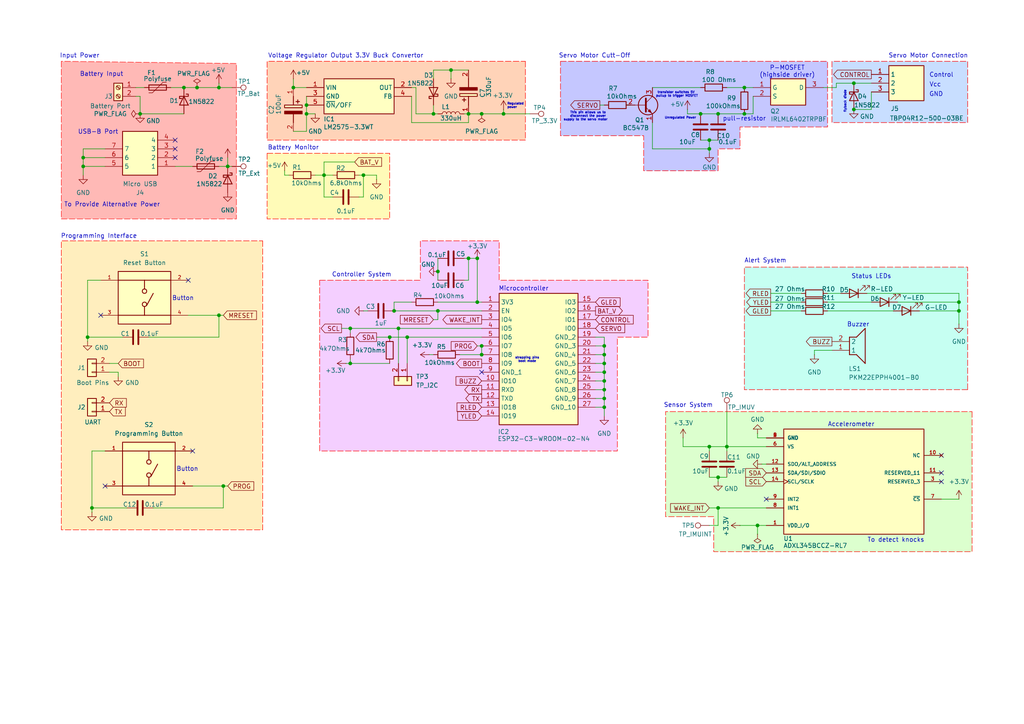
<source format=kicad_sch>
(kicad_sch (version 20250114) (generator "eeschema") (generator_version "9.0")
  (paper "A4")
  (title_block (title "KnockLockSchematic") (date "2025-11-12") (rev "5.0") (company "HSRW") (comment 1 "Group 04"))
  (text "Voltage Regulator Output 3.3V Buck Convertor\n" (at 77.724 16.256 0) (effects (font (size 1.27 1.27)) (justify left)))
  (text "Vcc\n" (at 271.272 24.638 0) (effects (font (size 1.27 1.27))))
  (text "Battery Input" (at 29.464 21.59 0) (effects (font (size 1.27 1.27))))
  (text "P-MOSFET\n(highside driver)\n" (at 228.346 20.828 0) (effects (font (size 1.27 1.27))))
  (text "Controller System\n\n" (at 104.902 80.772 0) (effects (font (size 1.27 1.27))))
  (text "To detect knocks" (at 259.842 156.718 0) (effects (font (size 1.27 1.27))))
  (text "Control\n" (at 273.05 21.844 0) (effects (font (size 1.27 1.27))))
  (text "Button" (at 53.086 86.614 0) (effects (font (size 1.27 1.27))))
  (text "Programming Interface" (at 28.702 68.58 0) (effects (font (size 1.27 1.27))))
  (text "flyback diode" (at 245.11 29.464 90) (effects (font (size 0.635 0.635))))
  (text "strapping pins\nboot mode" (at 152.908 104.394 0) (effects (font (size 0.635 0.635))))
  (text "Unregulated Power" (at 197.358 34.29 0) (effects (font (size 0.635 0.635))))
  (text "Servo Motor Cutt-Off\n" (at 172.466 16.256 0) (effects (font (size 1.27 1.27))))
  (text "Regulated \npower" (at 147.066 30.734 0) (effects (font (size 0.635 0.635)) (justify left)))
  (text "Sensor System" (at 199.644 117.602 0) (effects (font (size 1.27 1.27))))
  (text "GND\n" (at 271.526 27.432 0) (effects (font (size 1.27 1.27))))
  (text "Buzzer\n" (at 248.92 94.234 0) (effects (font (size 1.27 1.27))))
  (text "transistor switches 5V \npullup to trigger MOSFET" (at 196.342 27.432 0) (effects (font (size 0.635 0.635))))
  (text "Alert System" (at 221.996 75.692 0) (effects (font (size 1.27 1.27))))
  (text "Servo Motor Connection\n" (at 269.24 16.256 0) (effects (font (size 1.27 1.27))))
  (text "This pin allows us to \ndisconnect the power \nsupply to the servo motor" (at 176.276 33.782 0) (effects (font (size 0.635 0.635)) (justify right)))
  (text "Input Power" (at 23.114 16.256 0) (effects (font (size 1.27 1.27))))
  (text "Microcontroller" (at 151.892 83.82 0) (effects (font (size 1.27 1.27))))
  (text "Accelerometer" (at 246.888 123.19 0) (effects (font (size 1.27 1.27))))
  (text "Battery Monitor" (at 85.09 42.926 0) (effects (font (size 1.27 1.27))))
  (text "Status LEDs" (at 252.73 80.264 0) (effects (font (size 1.27 1.27))))
  (text "To Provide Alternative Power" (at 32.512 59.436 0) (effects (font (size 1.27 1.27))))
  (text "USB-B Port" (at 28.448 38.354 0) (effects (font (size 1.27 1.27))))
  (text "Button" (at 54.356 136.144 0) (effects (font (size 1.27 1.27))))
  (text "pull-resistor" (at 215.9 34.544 0) (effects (font (size 1.27 1.27))))
  (junction (at 278.13 87.63))
  (junction (at 115.57 95.25))
  (junction (at 57.15 25.4))
  (junction (at 175.26 118.11))
  (junction (at 40.64 33.02))
  (junction (at 139.7 33.02))
  (junction (at 101.6 95.25))
  (junction (at 175.26 110.49))
  (junction (at 24.13 48.26))
  (junction (at 208.28 33.02))
  (junction (at 135.89 74.93))
  (junction (at 101.6 105.41))
  (junction (at 219.71 152.4))
  (junction (at 88.9 30.48))
  (junction (at 139.7 100.33))
  (junction (at 85.09 25.4))
  (junction (at 175.26 115.57))
  (junction (at 247.65 31.75))
  (junction (at 66.04 48.26))
  (junction (at 175.26 105.41))
  (junction (at 208.28 138.43))
  (junction (at 105.41 50.8))
  (junction (at 63.5 91.44))
  (junction (at 278.13 90.17))
  (junction (at 175.26 100.33))
  (junction (at 24.13 45.72))
  (junction (at 25.4 97.79))
  (junction (at 146.05 33.02))
  (junction (at 93.98 50.8))
  (junction (at 63.5 25.4))
  (junction (at 130.81 20.32))
  (junction (at 114.3 90.17))
  (junction (at 203.2 33.02))
  (junction (at 127 78.74))
  (junction (at 175.26 107.95))
  (junction (at 127 90.17))
  (junction (at 64.77 140.97))
  (junction (at 138.43 87.63))
  (junction (at 135.89 33.02))
  (junction (at 138.43 74.93))
  (junction (at 208.28 147.32))
  (junction (at 175.26 113.03))
  (junction (at 215.9 25.4))
  (junction (at 205.74 43.18))
  (junction (at 205.74 129.54))
  (junction (at 175.26 102.87))
  (junction (at 125.73 33.02))
  (junction (at 210.82 129.54))
  (junction (at 247.65 24.13))
  (junction (at 118.11 97.79))
  (junction (at 205.74 40.64))
  (junction (at 88.9 33.02))
  (junction (at 139.7 102.87))
  (junction (at 26.67 147.32))
  (junction (at 113.03 97.79))
  (junction (at 53.34 25.4))
  (junction (at 215.9 33.02))
  (no_connect (at 50.8 43.18))
  (no_connect (at 55.88 130.81))
  (no_connect (at 54.61 81.28))
  (no_connect (at 273.05 137.16))
  (no_connect (at 139.7 107.95))
  (no_connect (at 29.21 91.44))
  (no_connect (at 273.05 132.08))
  (no_connect (at 50.8 45.72))
  (no_connect (at 50.8 40.64))
  (no_connect (at 30.48 140.97))
  (no_connect (at 222.25 144.78))
  (no_connect (at 273.05 139.7))
  (wire (pts (xy 25.4 97.79) (xy 35.56 97.79)))
  (wire (pts (xy 199.39 31.75) (xy 199.39 33.02)))
  (wire (pts (xy 63.5 25.4) (xy 63.5 24.13)))
  (wire (pts (xy 208.28 138.43) (xy 208.28 139.7)))
  (wire (pts (xy 240.03 85.09) (xy 243.84 85.09)))
  (wire (pts (xy 189.23 35.56) (xy 189.23 43.18)))
  (wire (pts (xy 127 90.17) (xy 139.7 90.17)))
  (wire (pts (xy 175.26 115.57) (xy 175.26 118.11)))
  (wire (pts (xy 215.9 25.4) (xy 218.44 25.4)))
  (wire (pts (xy 139.7 33.02) (xy 146.05 33.02)))
  (wire (pts (xy 135.89 74.93) (xy 135.89 81.28)))
  (wire (pts (xy 115.57 95.25) (xy 115.57 105.41)))
  (wire (pts (xy 205.74 44.45) (xy 205.74 43.18)))
  (wire (pts (xy 85.09 38.1) (xy 88.9 38.1)))
  (wire (pts (xy 57.15 25.4) (xy 63.5 25.4)))
  (wire (pts (xy 181.61 30.48) (xy 182.88 30.48)))
  (wire (pts (xy 104.14 57.15) (xy 105.41 57.15)))
  (wire (pts (xy 208.28 138.43) (xy 210.82 138.43)))
  (wire (pts (xy 125.73 20.32) (xy 130.81 20.32)))
  (wire (pts (xy 100.33 105.41) (xy 101.6 105.41)))
  (wire (pts (xy 114.3 87.63) (xy 114.3 90.17)))
  (wire (pts (xy 40.64 33.02) (xy 53.34 33.02)))
  (wire (pts (xy 99.06 95.25) (xy 101.6 95.25)))
  (wire (pts (xy 24.13 43.18) (xy 30.48 43.18)))
  (wire (pts (xy 120.65 25.4) (xy 120.65 33.02)))
  (wire (pts (xy 26.67 147.32) (xy 26.67 148.59)))
  (wire (pts (xy 101.6 104.14) (xy 101.6 105.41)))
  (wire (pts (xy 40.64 27.94) (xy 40.64 33.02)))
  (wire (pts (xy 242.57 24.13) (xy 247.65 24.13)))
  (wire (pts (xy 26.67 130.81) (xy 30.48 130.81)))
  (wire (pts (xy 109.22 97.79) (xy 113.03 97.79)))
  (wire (pts (xy 252.73 31.75) (xy 247.65 31.75)))
  (wire (pts (xy 173.99 30.48) (xy 175.26 30.48)))
  (wire (pts (xy 82.55 49.53) (xy 82.55 50.8)))
  (wire (pts (xy 64.77 140.97) (xy 64.77 147.32)))
  (wire (pts (xy 242.57 24.13) (xy 242.57 25.4)))
  (wire (pts (xy 24.13 45.72) (xy 24.13 48.26)))
  (wire (pts (xy 215.9 33.02) (xy 218.44 33.02)))
  (wire (pts (xy 25.4 97.79) (xy 25.4 99.06)))
  (wire (pts (xy 135.89 33.02) (xy 135.89 35.56)))
  (wire (pts (xy 198.12 127) (xy 198.12 129.54)))
  (wire (pts (xy 273.05 144.78) (xy 278.13 144.78)))
  (wire (pts (xy 172.72 110.49) (xy 175.26 110.49)))
  (wire (pts (xy 205.74 147.32) (xy 208.28 147.32)))
  (wire (pts (xy 43.18 97.79) (xy 63.5 97.79)))
  (wire (pts (xy 64.77 91.44) (xy 63.5 91.44)))
  (wire (pts (xy 114.3 90.17) (xy 127 90.17)))
  (wire (pts (xy 119.38 35.56) (xy 135.89 35.56)))
  (wire (pts (xy 205.74 152.4) (xy 208.28 152.4)))
  (wire (pts (xy 203.2 33.02) (xy 208.28 33.02)))
  (wire (pts (xy 101.6 96.52) (xy 101.6 95.25)))
  (wire (pts (xy 24.13 45.72) (xy 30.48 45.72)))
  (wire (pts (xy 127 74.93) (xy 127 78.74)))
  (wire (pts (xy 189.23 43.18) (xy 205.74 43.18)))
  (wire (pts (xy 266.7 90.17) (xy 278.13 90.17)))
  (wire (pts (xy 67.31 48.26) (xy 66.04 48.26)))
  (wire (pts (xy 205.74 129.54) (xy 210.82 129.54)))
  (wire (pts (xy 208.28 147.32) (xy 222.25 147.32)))
  (wire (pts (xy 219.71 125.73) (xy 219.71 127)))
  (wire (pts (xy 175.26 118.11) (xy 175.26 120.65)))
  (wire (pts (xy 199.39 33.02) (xy 203.2 33.02)))
  (wire (pts (xy 104.14 50.8) (xy 105.41 50.8)))
  (wire (pts (xy 53.34 25.4) (xy 57.15 25.4)))
  (wire (pts (xy 130.81 20.32) (xy 130.81 22.86)))
  (wire (pts (xy 44.45 147.32) (xy 64.77 147.32)))
  (wire (pts (xy 26.67 130.81) (xy 26.67 147.32)))
  (wire (pts (xy 39.37 25.4) (xy 41.91 25.4)))
  (wire (pts (xy 135.89 33.02) (xy 139.7 33.02)))
  (wire (pts (xy 125.73 30.48) (xy 125.73 33.02)))
  (wire (pts (xy 251.46 85.09) (xy 278.13 85.09)))
  (wire (pts (xy 31.75 107.95) (xy 34.29 107.95)))
  (wire (pts (xy 102.87 46.99) (xy 93.98 46.99)))
  (wire (pts (xy 63.5 91.44) (xy 63.5 97.79)))
  (wire (pts (xy 210.82 130.81) (xy 210.82 129.54)))
  (wire (pts (xy 135.89 74.93) (xy 138.43 74.93)))
  (wire (pts (xy 125.73 20.32) (xy 125.73 22.86)))
  (wire (pts (xy 219.71 152.4) (xy 222.25 152.4)))
  (wire (pts (xy 205.74 130.81) (xy 205.74 129.54)))
  (wire (pts (xy 91.44 50.8) (xy 93.98 50.8)))
  (wire (pts (xy 119.38 27.94) (xy 119.38 35.56)))
  (wire (pts (xy 24.13 48.26) (xy 30.48 48.26)))
  (wire (pts (xy 175.26 100.33) (xy 175.26 102.87)))
  (wire (pts (xy 172.72 115.57) (xy 175.26 115.57)))
  (wire (pts (xy 127 87.63) (xy 138.43 87.63)))
  (wire (pts (xy 210.82 119.38) (xy 210.82 129.54)))
  (wire (pts (xy 88.9 33.02) (xy 88.9 30.48)))
  (wire (pts (xy 120.65 33.02) (xy 125.73 33.02)))
  (wire (pts (xy 67.31 25.4) (xy 63.5 25.4)))
  (wire (pts (xy 222.25 127) (xy 219.71 127)))
  (wire (pts (xy 223.52 90.17) (xy 232.41 90.17)))
  (wire (pts (xy 130.81 20.32) (xy 135.89 20.32)))
  (wire (pts (xy 278.13 93.98) (xy 278.13 90.17)))
  (wire (pts (xy 34.29 107.95) (xy 34.29 109.22)))
  (wire (pts (xy 138.43 74.93) (xy 138.43 87.63)))
  (wire (pts (xy 175.26 97.79) (xy 175.26 100.33)))
  (wire (pts (xy 175.26 110.49) (xy 175.26 113.03)))
  (wire (pts (xy 146.05 31.75) (xy 146.05 33.02)))
  (wire (pts (xy 63.5 48.26) (xy 66.04 48.26)))
  (wire (pts (xy 24.13 48.26) (xy 24.13 50.8)))
  (wire (pts (xy 172.72 97.79) (xy 175.26 97.79)))
  (wire (pts (xy 88.9 38.1) (xy 88.9 33.02)))
  (wire (pts (xy 85.09 22.86) (xy 85.09 25.4)))
  (wire (pts (xy 214.63 152.4) (xy 219.71 152.4)))
  (wire (pts (xy 134.62 81.28) (xy 135.89 81.28)))
  (wire (pts (xy 138.43 87.63) (xy 139.7 87.63)))
  (wire (pts (xy 55.88 140.97) (xy 64.77 140.97)))
  (wire (pts (xy 101.6 105.41) (xy 113.03 105.41)))
  (wire (pts (xy 54.61 91.44) (xy 63.5 91.44)))
  (wire (pts (xy 66.04 140.97) (xy 64.77 140.97)))
  (wire (pts (xy 127 33.02) (xy 125.73 33.02)))
  (wire (pts (xy 34.29 105.41) (xy 31.75 105.41)))
  (wire (pts (xy 198.12 129.54) (xy 205.74 129.54)))
  (wire (pts (xy 93.98 46.99) (xy 93.98 50.8)))
  (wire (pts (xy 172.72 100.33) (xy 175.26 100.33)))
  (wire (pts (xy 93.98 57.15) (xy 93.98 50.8)))
  (wire (pts (xy 210.82 25.4) (xy 215.9 25.4)))
  (wire (pts (xy 88.9 27.94) (xy 88.9 30.48)))
  (wire (pts (xy 93.98 50.8) (xy 96.52 50.8)))
  (wire (pts (xy 109.22 50.8) (xy 109.22 52.07)))
  (wire (pts (xy 260.35 87.63) (xy 278.13 87.63)))
  (wire (pts (xy 105.41 90.17) (xy 106.68 90.17)))
  (wire (pts (xy 24.13 43.18) (xy 24.13 45.72)))
  (wire (pts (xy 172.72 102.87) (xy 175.26 102.87)))
  (wire (pts (xy 189.23 25.4) (xy 203.2 25.4)))
  (wire (pts (xy 124.46 102.87) (xy 125.73 102.87)))
  (wire (pts (xy 218.44 33.02) (xy 218.44 27.94)))
  (wire (pts (xy 208.28 33.02) (xy 215.9 33.02)))
  (wire (pts (xy 223.52 85.09) (xy 232.41 85.09)))
  (wire (pts (xy 96.52 57.15) (xy 93.98 57.15)))
  (wire (pts (xy 138.43 100.33) (xy 139.7 100.33)))
  (wire (pts (xy 153.67 33.02) (xy 146.05 33.02)))
  (wire (pts (xy 205.74 40.64) (xy 208.28 40.64)))
  (wire (pts (xy 278.13 87.63) (xy 278.13 90.17)))
  (wire (pts (xy 172.72 107.95) (xy 175.26 107.95)))
  (wire (pts (xy 25.4 81.28) (xy 25.4 97.79)))
  (wire (pts (xy 172.72 113.03) (xy 175.26 113.03)))
  (wire (pts (xy 114.3 87.63) (xy 119.38 87.63)))
  (wire (pts (xy 105.41 50.8) (xy 109.22 50.8)))
  (wire (pts (xy 241.3 101.6) (xy 236.22 101.6)))
  (wire (pts (xy 127 81.28) (xy 127 78.74)))
  (wire (pts (xy 242.57 25.4) (xy 238.76 25.4)))
  (wire (pts (xy 175.26 113.03) (xy 175.26 115.57)))
  (wire (pts (xy 118.11 97.79) (xy 139.7 97.79)))
  (wire (pts (xy 105.41 57.15) (xy 105.41 50.8)))
  (wire (pts (xy 172.72 105.41) (xy 175.26 105.41)))
  (wire (pts (xy 175.26 107.95) (xy 175.26 110.49)))
  (wire (pts (xy 172.72 118.11) (xy 175.26 118.11)))
  (wire (pts (xy 113.03 97.79) (xy 118.11 97.79)))
  (wire (pts (xy 175.26 102.87) (xy 175.26 105.41)))
  (wire (pts (xy 205.74 43.18) (xy 205.74 40.64)))
  (wire (pts (xy 135.89 33.02) (xy 134.62 33.02)))
  (wire (pts (xy 220.98 134.62) (xy 222.25 134.62)))
  (wire (pts (xy 66.04 45.72) (xy 66.04 48.26)))
  (wire (pts (xy 252.73 26.67) (xy 252.73 31.75)))
  (wire (pts (xy 49.53 25.4) (xy 53.34 25.4)))
  (wire (pts (xy 40.64 27.94) (xy 39.37 27.94)))
  (wire (pts (xy 208.28 152.4) (xy 208.28 147.32)))
  (wire (pts (xy 240.03 87.63) (xy 252.73 87.63)))
  (wire (pts (xy 236.22 101.6) (xy 236.22 102.87)))
  (wire (pts (xy 101.6 95.25) (xy 115.57 95.25)))
  (wire (pts (xy 210.82 129.54) (xy 222.25 129.54)))
  (wire (pts (xy 85.09 25.4) (xy 88.9 25.4)))
  (wire (pts (xy 26.67 147.32) (xy 36.83 147.32)))
  (wire (pts (xy 127 92.71) (xy 127 90.17)))
  (wire (pts (xy 119.38 25.4) (xy 120.65 25.4)))
  (wire (pts (xy 118.11 97.79) (xy 118.11 105.41)))
  (wire (pts (xy 125.73 92.71) (xy 127 92.71)))
  (wire (pts (xy 223.52 87.63) (xy 232.41 87.63)))
  (wire (pts (xy 219.71 152.4) (xy 219.71 154.94)))
  (wire (pts (xy 208.28 138.43) (xy 205.74 138.43)))
  (wire (pts (xy 247.65 24.13) (xy 252.73 24.13)))
  (wire (pts (xy 133.35 102.87) (xy 139.7 102.87)))
  (wire (pts (xy 82.55 50.8) (xy 83.82 50.8)))
  (wire (pts (xy 203.2 40.64) (xy 205.74 40.64)))
  (wire (pts (xy 25.4 81.28) (xy 29.21 81.28)))
  (wire (pts (xy 91.44 33.02) (xy 88.9 33.02)))
  (wire (pts (xy 278.13 85.09) (xy 278.13 87.63)))
  (wire (pts (xy 50.8 48.26) (xy 55.88 48.26)))
  (wire (pts (xy 115.57 95.25) (xy 139.7 95.25)))
  (wire (pts (xy 139.7 100.33) (xy 139.7 102.87)))
  (wire (pts (xy 134.62 74.93) (xy 135.89 74.93)))
  (wire (pts (xy 175.26 105.41) (xy 175.26 107.95)))
  (wire (pts (xy 240.03 90.17) (xy 259.08 90.17)))
  (global_label "BAT_V" (shape output) (at 172.72 90.17 0) (property "Intersheetrefs" "${INTERSHEET_REFS}" (effects (hide yes))))
  (global_label "SERVO" (shape output) (at 173.99 30.48 180) (property "Intersheetrefs" "${INTERSHEET_REFS}" (effects (hide yes))))
  (global_label "WAKE_INT" (shape output) (at 139.7 92.71 180) (property "Intersheetrefs" "${INTERSHEET_REFS}" (effects (hide yes))))
  (global_label "SCL" (shape input) (at 222.25 139.7 180) (property "Intersheetrefs" "${INTERSHEET_REFS}" (effects (hide yes))))
  (global_label "PROG" (shape input) (at 66.04 140.97 0) (property "Intersheetrefs" "${INTERSHEET_REFS}" (effects (hide yes))))
  (global_label "WAKE_INT" (shape input) (at 205.74 147.32 180) (property "Intersheetrefs" "${INTERSHEET_REFS}" (effects (hide yes))))
  (global_label "RX" (shape output) (at 139.7 113.03 180) (property "Intersheetrefs" "${INTERSHEET_REFS}" (effects (hide yes))))
  (global_label "MRESET" (shape input) (at 125.73 92.71 180) (property "Intersheetrefs" "${INTERSHEET_REFS}" (effects (hide yes))))
  (global_label "CONTROL" (shape input) (at 172.72 92.71 0) (property "Intersheetrefs" "${INTERSHEET_REFS}" (effects (hide yes))))
  (global_label "RLED" (shape output) (at 223.52 85.09 180) (property "Intersheetrefs" "${INTERSHEET_REFS}" (effects (hide yes))))
  (global_label "PROG" (shape input) (at 138.43 100.33 180) (property "Intersheetrefs" "${INTERSHEET_REFS}" (effects (hide yes))))
  (global_label "YLED" (shape input) (at 139.7 120.65 180) (property "Intersheetrefs" "${INTERSHEET_REFS}" (effects (hide yes))))
  (global_label "BOOT" (shape output) (at 139.7 105.41 180) (property "Intersheetrefs" "${INTERSHEET_REFS}" (effects (hide yes))))
  (global_label "SDA" (shape output) (at 109.22 97.79 180) (property "Intersheetrefs" "${INTERSHEET_REFS}" (effects (hide yes))))
  (global_label "YLED" (shape output) (at 223.52 87.63 180) (property "Intersheetrefs" "${INTERSHEET_REFS}" (effects (hide yes))))
  (global_label "GLED" (shape input) (at 172.72 87.63 0) (property "Intersheetrefs" "${INTERSHEET_REFS}" (effects (hide yes))))
  (global_label "BOOT" (shape input) (at 34.29 105.41 0) (property "Intersheetrefs" "${INTERSHEET_REFS}" (effects (hide yes))))
  (global_label "TX" (shape output) (at 139.7 115.57 180) (property "Intersheetrefs" "${INTERSHEET_REFS}" (effects (hide yes))))
  (global_label "SDA" (shape input) (at 222.25 137.16 180) (property "Intersheetrefs" "${INTERSHEET_REFS}" (effects (hide yes))))
  (global_label "RLED" (shape input) (at 139.7 118.11 180) (property "Intersheetrefs" "${INTERSHEET_REFS}" (effects (hide yes))))
  (global_label "SERVO" (shape input) (at 172.72 95.25 0) (property "Intersheetrefs" "${INTERSHEET_REFS}" (effects (hide yes))))
  (global_label "MRESET" (shape input) (at 64.77 91.44 0) (property "Intersheetrefs" "${INTERSHEET_REFS}" (effects (hide yes))))
  (global_label "BUZZ" (shape output) (at 241.3 99.06 180) (property "Intersheetrefs" "${INTERSHEET_REFS}" (effects (hide yes))))
  (global_label "TX" (shape input) (at 31.75 119.38 0) (property "Intersheetrefs" "${INTERSHEET_REFS}" (effects (hide yes))))
  (global_label "BUZZ" (shape input) (at 139.7 110.49 180) (property "Intersheetrefs" "${INTERSHEET_REFS}" (effects (hide yes))))
  (global_label "GLED" (shape output) (at 223.52 90.17 180) (property "Intersheetrefs" "${INTERSHEET_REFS}" (effects (hide yes))))
  (global_label "BAT_V" (shape input) (at 102.87 46.99 0) (property "Intersheetrefs" "${INTERSHEET_REFS}" (effects (hide yes))))
  (global_label "RX" (shape input) (at 31.75 116.84 0) (property "Intersheetrefs" "${INTERSHEET_REFS}" (effects (hide yes))))
  (global_label "SCL" (shape output) (at 99.06 95.25 180) (property "Intersheetrefs" "${INTERSHEET_REFS}" (effects (hide yes))))
  (global_label "CONTROL" (shape output) (at 252.73 21.59 180) (property "Intersheetrefs" "${INTERSHEET_REFS}" (effects (hide yes))))
  (rule_area (polyline (pts (xy 17.78 17.78) (xy 17.78 63.5) (xy 68.58 63.5) (xy 68.58 18.415)) (stroke (width 0) (type dash) (color 255 29 29 1)) (fill (type color) (color 255 23 12 0.3))))
  (rule_area (polyline (pts (xy 241.3 17.78) (xy 241.3 35.56) (xy 280.67 35.56) (xy 280.67 17.78)) (stroke (width 0) (type dash)) (fill (type color) (color 74 147 255 0.3019607843))))
  (rule_area (polyline (pts (xy 162.56 17.78) (xy 240.03 17.78) (xy 240.03 36.83) (xy 214.63 36.83) (xy 214.63 43.18) (xy 208.28 43.18) (xy 208.28 49.53) (xy 186.69 49.53) (xy 186.69 39.37) (xy 162.56 39.37)) (stroke (width 0) (type dash)) (fill (type color) (color 60 67 255 0.3))))
  (rule_area (polyline (pts (xy 281.94 119.38) (xy 281.94 160.02) (xy 207.01 160.02) (xy 207.01 149.86) (xy 193.04 149.86) (xy 193.04 119.38)) (stroke (width 0) (type dash)) (fill (type color) (color 138 255 90 0.3))))
  (rule_area (polyline (pts (xy 92.71 81.28) (xy 121.92 81.28) (xy 121.92 69.85) (xy 144.78 69.85) (xy 144.78 81.28) (xy 187.96 81.28) (xy 187.96 97.79) (xy 179.07 97.79) (xy 179.07 130.81) (xy 148.59 130.81) (xy 147.32 130.81) (xy 134.62 130.81) (xy 132.08 130.81) (xy 102.87 130.81) (xy 92.71 130.81) (xy 92.71 129.54) (xy 92.71 93.98)) (stroke (width 0) (type dash)) (fill (type color) (color 217 94 255 0.3))))
  (rule_area (polyline (pts (xy 77.47 44.45) (xy 113.03 44.45) (xy 113.03 63.5) (xy 77.47 63.5)) (stroke (width 0) (type dash)) (fill (type color) (color 255 240 18 0.3))))
  (rule_area (polyline (pts (xy 76.2 69.85) (xy 76.2 153.67) (xy 45.72 153.67) (xy 45.72 153.67) (xy 17.78 153.67) (xy 17.78 113.03) (xy 17.78 69.85)) (stroke (width 0) (type dash)) (fill (type color) (color 255 196 39 0.3))))
  (rule_area (polyline (pts (xy 280.67 113.03) (xy 215.9 113.03) (xy 215.9 77.47) (xy 280.67 77.47)) (stroke (width 0) (type dash)) (fill (type color) (color 66 255 212 0.3))))
  (rule_area (polyline (pts (xy 152.4 17.78) (xy 152.4 40.64) (xy 77.47 40.64) (xy 77.47 17.78)) (stroke (width 0) (type dash)) (fill (type color) (color 255 109 17 0.3))))
  (symbol (lib_id "power:GND") (at 278.13 93.98 0) (unit 1)
    (property "Reference" "#PWR029" (effects (hide yes)))
    (property "Value" "GND" (at 278.13 99.06 0))
    (property "Description" "Power symbol creates a global label with name \"GND\" , ground" (effects (hide yes)))
  )
  (symbol (lib_id "SamacSys_Parts:EEU-FC1C101H") (at 85.09 25.4 270) (unit 1)
    (property "Reference" "C2" (at 78.74 30.48 0) (effects (justify left)))
    (property "Value" "100uF" (at 80.772 27.178 0) (effects (justify left)))
    (property "Footprint" "SamacSys_Parts:CAPPRD250W55D630H1220" (effects (hide yes)))
    (property "Datasheet" "http://industrial.panasonic.com/cdbs/www-data/pdf/RDF0000/ABA0000C1209.pdf" (effects (hide yes)))
    (property "Description" "Aluminium Electrolytic Capacitor, Radial Lead, AEC-Q200, 105?C" (effects (hide yes)))
    (property "Height" "12.2" (effects (hide yes)))
    (property "Mouser Part Number" "667-EEU-FC1C101H" (effects (hide yes)))
    (property "Mouser Price/Stock" "https://www.mouser.co.uk/ProductDetail/Panasonic/EEU-FC1C101H?qs=%2FC1U95aQ15szP%252BXx0reJVg%3D%3D" (effects (hide yes)))
    (property "Manufacturer_Name" "Panasonic" (effects (hide yes)))
    (property "Manufacturer_Part_Number" "EEU-FC1C101H" (effects (hide yes)))
  )
  (symbol (lib_id "Device:C") (at 210.82 134.62 180) (unit 1)
    (property "Reference" "C11" (at 212.852 132.588 0))
    (property "Value" "0.1uF" (at 213.614 136.652 0))
    (property "Footprint" "Capacitor_SMD:C_0805_2012Metric_Pad1.18x1.45mm_HandSolder" (effects (hide yes)))
    (property "Description" "Unpolarized capacitor" (effects (hide yes)))
  )
  (symbol (lib_id "power:+3.3V") (at 198.12 127 0) (unit 1)
    (property "Reference" "#PWR020" (effects (hide yes)))
    (property "Value" "+3.3V" (at 198.12 122.682 0))
    (property "Description" "Power symbol creates a global label with name \"+3.3V\"" (effects (hide yes)))
  )
  (symbol (lib_id "power:GND") (at 105.41 90.17 270) (unit 1)
    (property "Reference" "#PWR011" (effects (hide yes)))
    (property "Value" "GND" (at 101.6 90.1699 90) (effects (justify right)))
    (property "Description" "Power symbol creates a global label with name \"GND\" , ground" (effects (hide yes)))
  )
  (symbol (lib_id "Transistor_BJT:2N3904") (at 186.69 30.48 0) (unit 1)
    (property "Reference" "Q1" (at 184.15 34.798 0) (effects (justify left)))
    (property "Value" "BC547B" (at 180.594 37.084 0) (effects (justify left)))
    (property "Footprint" "Package_TO_SOT_THT:TO-92_HandSolder" (effects (hide yes)))
    (property "Datasheet" "https://www.onsemi.com/pub/Collateral/2N3903-D.PDF" (effects (hide yes)))
    (property "Description" "0.2A Ic, 40V Vce, Small Signal NPN Transistor, TO-92" (effects (hide yes)))
  )
  (symbol (lib_id "Device:R") (at 236.22 90.17 90) (unit 1)
    (property "Reference" "R12" (at 240.284 88.9 90))
    (property "Value" "27 Ohms" (at 229.108 88.9 90))
    (property "Footprint" "Resistor_SMD:R_1206_3216Metric_Pad1.30x1.75mm_HandSolder" (effects (hide yes)))
    (property "Description" "Resistor" (effects (hide yes)))
  )
  (symbol (lib_id "SamacSys_Parts:TBP04R12-500-03BE") (at 252.73 21.59 0) (unit 1)
    (property "Reference" "J5" (at 258.318 31.496 0) (effects (justify left)))
    (property "Value" "TBP04R12-500-03BE" (at 258.064 34.29 0) (effects (justify left)))
    (property "Footprint" "SamacSys_Parts:TBP04R1250003BE" (effects (hide yes)))
    (property "Datasheet" "https://www.sameskydevices.com/product/resource/tbp04r12-500.pdf" (effects (hide yes)))
    (property "Description" "3 Position Terminal Block Header, Male Pins, Shrouded (4 Side) 0.197\" (5.00mm) 90, Right Angle Through Hole" (effects (hide yes)))
    (property "Height" "8.8" (effects (hide yes)))
    (property "Mouser Part Number" "179-TBP04R12-50003BE" (effects (hide yes)))
    (property "Mouser Price/Stock" "https://www.mouser.co.uk/ProductDetail/CUI-Devices/TBP04R12-500-03BE?qs=TCDPyi3sCW0NaxY6tKwPhA%3D%3D" (effects (hide yes)))
    (property "Manufacturer_Name" "Same Sky" (effects (hide yes)))
    (property "Manufacturer_Part_Number" "TBP04R12-500-03BE" (effects (hide yes)))
  )
  (symbol (lib_id "power:GND") (at 25.4 99.06 0) (unit 1)
    (property "Reference" "#PWR02" (effects (hide yes)))
    (property "Value" "GND" (at 29.464 100.838 0))
    (property "Description" "Power symbol creates a global label with name \"GND\" , ground" (effects (hide yes)))
  )
  (symbol (lib_id "Device:Polyfuse") (at 45.72 25.4 90) (unit 1)
    (property "Reference" "F1" (at 43.942 21.082 90))
    (property "Value" "Polyfuse" (at 45.72 22.86 90))
    (property "Footprint" "Fuse:Fuse_BelFuse_0ZRE0012FF_L8.3mm_W3.8mm" (effects (hide yes)))
    (property "Description" "Resettable fuse, polymeric positive temperature coefficient" (effects (hide yes)))
  )
  (symbol (lib_id "Connector_Generic:Conn_01x02") (at 118.11 110.49 270) (unit 1)
    (property "Reference" "TP3" (at 120.65 109.2199 90) (effects (justify left)))
    (property "Value" "TP_I2C" (at 120.65 111.7599 90) (effects (justify left)))
    (property "Footprint" "Connector_PinSocket_2.54mm:PinSocket_1x02_P2.54mm_Vertical" (effects (hide yes)))
    (property "Description" "Generic connector, single row, 01x02, script generated (kicad-library-utils/schlib/autogen/connector/)" (effects (hide yes)))
  )
  (symbol (lib_id "power:GND") (at 109.22 52.07 0) (unit 1)
    (property "Reference" "#PWR014" (effects (hide yes)))
    (property "Value" "GND" (at 109.22 57.15 0))
    (property "Description" "Power symbol creates a global label with name \"GND\" , ground" (effects (hide yes)))
  )
  (symbol (lib_id "power:GND") (at 219.71 125.73 180) (unit 1)
    (property "Reference" "#PWR025" (effects (hide yes)))
    (property "Value" "GND" (at 219.71 121.666 0))
    (property "Description" "Power symbol creates a global label with name \"GND\" , ground" (effects (hide yes)))
  )
  (symbol (lib_id "power:GND") (at 24.13 50.8 0) (unit 1)
    (property "Reference" "#PWR01" (effects (hide yes)))
    (property "Value" "GND" (at 24.13 55.88 0))
    (property "Description" "Power symbol creates a global label with name \"GND\" , ground" (effects (hide yes)))
  )
  (symbol (lib_id "SamacSys_Parts:USB3145-30-1-A") (at 50.8 48.26 180) (unit 1)
    (property "Reference" "J4" (at 40.64 55.88 0))
    (property "Value" "Micro USB" (at 40.64 53.34 0))
    (property "Footprint" "SamacSys_Parts:USB3145301A" (effects (hide yes)))
    (property "Datasheet" "https://gct.co/connector/usb3145" (effects (hide yes)))
    (property "Description" "GCT (GLOBAL CONNECTOR TECHNOLOGY) - USB3145-30-1-A - MICRO USB, 2.0 TYPE B, RECEPTACLE, TH" (effects (hide yes)))
    (property "Mouser Part Number" "640-USB3145-30-1-A" (effects (hide yes)))
    (property "Mouser Price/Stock" "https://www.mouser.co.uk/ProductDetail/GCT/USB3145-30-1-A?qs=KUoIvG%2F9IlYD1lvSRu5iyg%3D%3D" (effects (hide yes)))
    (property "Manufacturer_Name" "GCT (GLOBAL CONNECTOR TECHNOLOGY)" (effects (hide yes)))
    (property "Manufacturer_Part_Number" "USB3145-30-1-A" (effects (hide yes)))
  )
  (symbol (lib_id "SamacSys_Parts:PKM22EPPH4001-B0") (at 241.3 99.06 0) (unit 1)
    (property "Reference" "LS1" (at 246.126 106.934 0) (effects (justify left)))
    (property "Value" "PKM22EPPH4001-B0" (at 246.126 109.474 0) (effects (justify left)))
    (property "Footprint" "SamacSys_Parts:PKM22EPPH4001B0" (effects (hide yes)))
    (property "Datasheet" "https://www.murata.com/products/productdata/8801054064670/SPEC-PKM22EPPH4001-B0.pdf?1517839211000" (effects (hide yes)))
    (property "Description" "Buzzers Transducer, Externally Driven Piezo 1.5 V 4kHz 75dB @ 1.5V, 10cm Through Hole PC Pins" (effects (hide yes)))
    (property "Height" "10.7" (effects (hide yes)))
    (property "Mouser Part Number" "81-PKM22EPPH4001-B0" (effects (hide yes)))
    (property "Mouser Price/Stock" "https://www.mouser.co.uk/ProductDetail/Murata-Electronics/PKM22EPPH4001-B0?qs=flZjIlU0hx2Fke4m2iZ9MA%3D%3D" (effects (hide yes)))
    (property "Manufacturer_Name" "Murata Electronics" (effects (hide yes)))
    (property "Manufacturer_Part_Number" "PKM22EPPH4001-B0" (effects (hide yes)))
  )
  (symbol (lib_id "Connector:TestPoint") (at 205.74 152.4 90) (unit 1)
    (property "Reference" "TP5" (at 199.644 152.4 90))
    (property "Value" "TP_IMUINT" (at 201.676 154.94 90))
    (property "Footprint" "Connector_PinSocket_2.54mm:PinSocket_1x01_P2.54mm_Vertical" (effects (hide yes)))
    (property "Description" "test point" (effects (hide yes)))
  )
  (symbol (lib_id "power:+5V") (at 63.5 24.13 0) (unit 1)
    (property "Reference" "#PWR05" (effects (hide yes)))
    (property "Value" "+5V" (at 63.246 20.32 0))
    (property "Description" "Power symbol creates a global label with name \"+5V\"" (effects (hide yes)))
  )
  (symbol (lib_id "Device:LED") (at 247.65 85.09 180) (unit 1)
    (property "Reference" "D5" (at 244.856 84.074 0))
    (property "Value" "R-LED" (at 255.778 83.82 0))
    (property "Footprint" "LED_THT:LED_D3.0mm" (effects (hide yes)))
    (property "Description" "Light emitting diode" (effects (hide yes)))
    (property "Sim.Pins" "1=K 2=A" (effects (hide yes)))
  )
  (symbol (lib_id "Device:R") (at 207.01 25.4 90) (unit 1)
    (property "Reference" "R8" (at 205.994 20.828 90))
    (property "Value" "100 Ohms" (at 208.534 23.114 90))
    (property "Footprint" "Resistor_SMD:R_1206_3216Metric_Pad1.30x1.75mm_HandSolder" (effects (hide yes)))
    (property "Description" "Resistor" (effects (hide yes)))
  )
  (symbol (lib_id "Device:LED") (at 256.54 87.63 180) (unit 1)
    (property "Reference" "D6" (at 253.746 86.614 0))
    (property "Value" "Y-LED" (at 264.922 86.36 0))
    (property "Footprint" "LED_THT:LED_D3.0mm" (effects (hide yes)))
    (property "Description" "Light emitting diode" (effects (hide yes)))
    (property "Sim.Pins" "1=K 2=A" (effects (hide yes)))
  )
  (symbol (lib_id "power:+3.3V") (at 214.63 152.4 90) (unit 1)
    (property "Reference" "#PWR024" (effects (hide yes)))
    (property "Value" "+3.3V" (at 210.566 152.654 0))
    (property "Description" "Power symbol creates a global label with name \"+3.3V\"" (effects (hide yes)))
  )
  (symbol (lib_id "Device:C") (at 205.74 134.62 180) (unit 1)
    (property "Reference" "C9" (at 204.216 132.334 0))
    (property "Value" "10uF" (at 203.2 136.652 0))
    (property "Footprint" "Capacitor_THT:C_Radial_D5.0mm_H11.0mm_P2.00mm" (effects (hide yes)))
    (property "Description" "Unpolarized capacitor" (effects (hide yes)))
  )
  (symbol (lib_id "power:+3.3V") (at 278.13 144.78 0) (unit 1)
    (property "Reference" "#PWR030" (effects (hide yes)))
    (property "Value" "+3.3V" (at 278.13 139.7 0))
    (property "Description" "Power symbol creates a global label with name \"+3.3V\"" (effects (hide yes)))
  )
  (symbol (lib_id "Device:R") (at 87.63 50.8 90) (unit 1)
    (property "Reference" "R1" (at 86.106 48.514 90))
    (property "Value" "10kOhms" (at 88.9 53.086 90))
    (property "Footprint" "Resistor_SMD:R_1206_3216Metric_Pad1.30x1.75mm_HandSolder" (effects (hide yes)))
    (property "Description" "Resistor" (effects (hide yes)))
  )
  (symbol (lib_id "Diode:1N5822") (at 247.65 27.94 270) (unit 1)
    (property "Reference" "D4" (at 251.46 27.94 90) (effects (justify right)))
    (property "Value" "1N5822" (at 255.27 30.48 90) (effects (justify right)))
    (property "Footprint" "Diode_THT:D_DO-201AD_P15.24mm_Horizontal" (effects (hide yes)))
    (property "Datasheet" "http://www.vishay.com/docs/88526/1n5820.pdf" (effects (hide yes)))
    (property "Description" "40V 3A Schottky Barrier Rectifier Diode, DO-201AD" (effects (hide yes)))
  )
  (symbol (lib_id "Device:C") (at 40.64 147.32 90) (unit 1)
    (property "Reference" "C12" (at 37.592 146.304 90))
    (property "Value" "0.1uF" (at 44.704 146.304 90))
    (property "Footprint" "Capacitor_SMD:C_0805_2012Metric_Pad1.18x1.45mm_HandSolder" (effects (hide yes)))
    (property "Description" "Unpolarized capacitor" (effects (hide yes)))
  )
  (symbol (lib_id "Device:R") (at 101.6 100.33 180) (unit 1)
    (property "Reference" "R3" (at 99.314 98.552 0))
    (property "Value" "4k7Ohms" (at 97.028 101.092 0))
    (property "Footprint" "Resistor_SMD:R_1206_3216Metric_Pad1.30x1.75mm_HandSolder" (effects (hide yes)))
    (property "Description" "Resistor" (effects (hide yes)))
  )
  (symbol (lib_id "Device:R") (at 179.07 30.48 90) (unit 1)
    (property "Reference" "R7" (at 177.8 25.654 90))
    (property "Value" "10kOhms" (at 180.34 27.94 90))
    (property "Footprint" "Resistor_SMD:R_1206_3216Metric_Pad1.30x1.75mm_HandSolder" (effects (hide yes)))
    (property "Description" "Resistor" (effects (hide yes)))
  )
  (symbol (lib_id "Device:R") (at 100.33 50.8 90) (unit 1)
    (property "Reference" "R2" (at 98.806 48.768 90))
    (property "Value" "6.8kOhms" (at 100.33 53.086 90))
    (property "Footprint" "Resistor_SMD:R_1206_3216Metric_Pad1.30x1.75mm_HandSolder" (effects (hide yes)))
    (property "Description" "Resistor" (effects (hide yes)))
  )
  (symbol (lib_id "Connector_Generic:Conn_01x02") (at 26.67 119.38 180) (unit 1)
    (property "Reference" "J2" (at 23.622 118.11 0))
    (property "Value" "UART" (at 26.924 122.428 0))
    (property "Footprint" "Connector_PinSocket_2.54mm:PinSocket_1x02_P2.54mm_Vertical" (effects (hide yes)))
    (property "Description" "Generic connector, single row, 01x02, script generated (kicad-library-utils/schlib/autogen/connector/)" (effects (hide yes)))
  )
  (symbol (lib_id "SamacSys_Parts:IRLML6402TRPBF") (at 218.44 25.4 0) (unit 1)
    (property "Reference" "Q2" (at 224.79 32.258 0))
    (property "Value" "IRLML6402TRPBF" (at 231.648 34.544 0))
    (property "Footprint" "SamacSys_Parts:SOT95P237X112-3N" (effects (hide yes)))
    (property "Datasheet" "http://www.infineon.com/dgdl/irlml6402pbf.pdf?fileId=5546d462533600a401535668d5c2263c" (effects (hide yes)))
    (property "Description" "MOSFET MOSFT P-Ch -3.7A 65mOhm 8nC Log Lvl" (effects (hide yes)))
    (property "Height" "1.12" (effects (hide yes)))
    (property "Mouser Part Number" "942-IRLML6402TRPBF" (effects (hide yes)))
    (property "Mouser Price/Stock" "https://www.mouser.co.uk/ProductDetail/Infineon-Technologies/IRLML6402TRPBF?qs=9%252BKlkBgLFf0HuZuONx2Ewg%3D%3D" (effects (hide yes)))
    (property "Manufacturer_Name" "Infineon" (effects (hide yes)))
    (property "Manufacturer_Part_Number" "IRLML6402TRPBF" (effects (hide yes)))
  )
  (symbol (lib_id "Device:C") (at 130.81 81.28 90) (unit 1)
    (property "Reference" "C6" (at 133.35 82.804 90))
    (property "Value" "10uF" (at 127.508 82.804 90))
    (property "Footprint" "Capacitor_THT:C_Radial_D5.0mm_H11.0mm_P2.00mm" (effects (hide yes)))
    (property "Description" "Unpolarized capacitor" (effects (hide yes)))
  )
  (symbol (lib_id "Device:C") (at 39.37 97.79 90) (unit 1)
    (property "Reference" "C1" (at 36.322 96.774 90))
    (property "Value" "0.1uF" (at 43.434 96.774 90))
    (property "Footprint" "Capacitor_SMD:C_0805_2012Metric_Pad1.18x1.45mm_HandSolder" (effects (hide yes)))
    (property "Description" "Unpolarized capacitor" (effects (hide yes)))
  )
  (symbol (lib_id "SamacSys_Parts:LM2575-3.3WT") (at 88.9 25.4 0) (unit 1)
    (property "Reference" "IC1" (at 95.504 34.544 0))
    (property "Value" "LM2575-3.3WT" (at 101.092 36.83 0))
    (property "Footprint" "SamacSys_Parts:LM257533WT" (effects (hide yes)))
    (property "Datasheet" "https://ww1.microchip.com/downloads/en/DeviceDoc/lm2575.pdf" (effects (hide yes)))
    (property "Description" "Switching Voltage Regulators 1A Step-Down SMPS Regulator" (effects (hide yes)))
    (property "Height" "15.113" (effects (hide yes)))
    (property "Mouser Part Number" "998-LM2575-3.3WT" (effects (hide yes)))
    (property "Mouser Price/Stock" "https://www.mouser.co.uk/ProductDetail/Microchip-Technology/LM2575-3.3WT?qs=kh6iOki%2FeLFAZSEMjMNbiQ%3D%3D" (effects (hide yes)))
    (property "Manufacturer_Name" "Microchip" (effects (hide yes)))
    (property "Manufacturer_Part_Number" "LM2575-3.3WT" (effects (hide yes)))
  )
  (symbol (lib_id "power:GND") (at 247.65 31.75 0) (unit 1)
    (property "Reference" "#PWR028" (effects (hide yes)))
    (property "Value" "GND" (at 251.46 33.782 0))
    (property "Description" "Power symbol creates a global label with name \"GND\" , ground" (effects (hide yes)))
  )
  (symbol (lib_id "Connector:TestPoint") (at 153.67 33.02 270) (unit 1)
    (property "Reference" "TP4" (at 154.686 31.242 90) (effects (justify left)))
    (property "Value" "TP_3.3V" (at 154.178 35.052 90) (effects (justify left)))
    (property "Footprint" "TestPoint:TestPoint_Pad_D1.5mm" (effects (hide yes)))
    (property "Description" "test point" (effects (hide yes)))
  )
  (symbol (lib_id "Connector:TestPoint") (at 67.31 25.4 270) (unit 1)
    (property "Reference" "TP1" (at 69.088 23.622 90) (effects (justify left)))
    (property "Value" "TP_Bat" (at 68.834 27.178 90) (effects (justify left)))
    (property "Footprint" "TestPoint:TestPoint_Pad_D1.5mm" (effects (hide yes)))
    (property "Description" "test point" (effects (hide yes)))
  )
  (symbol (lib_id "power:+3.3V") (at 124.46 102.87 90) (unit 1)
    (property "Reference" "#PWR013" (effects (hide yes)))
    (property "Value" "+3.3V" (at 122.428 100.076 90))
    (property "Description" "Power symbol creates a global label with name \"+3.3V\"" (effects (hide yes)))
  )
  (symbol (lib_id "power:GND") (at 175.26 120.65 0) (unit 1)
    (property "Reference" "#PWR019" (effects (hide yes)))
    (property "Value" "GND" (at 175.26 125.73 0))
    (property "Description" "Power symbol creates a global label with name \"GND\" , ground" (effects (hide yes)))
  )
  (symbol (lib_id "power:GND") (at 26.67 148.59 0) (unit 1)
    (property "Reference" "#PWR031" (effects (hide yes)))
    (property "Value" "GND" (at 30.734 150.368 0))
    (property "Description" "Power symbol creates a global label with name \"GND\" , ground" (effects (hide yes)))
  )
  (symbol (lib_id "Device:R") (at 215.9 29.21 0) (unit 1)
    (property "Reference" "R9" (at 210.82 28.448 0) (effects (justify left)))
    (property "Value" "100kOhms" (at 204.724 30.734 0) (effects (justify left)))
    (property "Footprint" "Resistor_SMD:R_1206_3216Metric_Pad1.30x1.75mm_HandSolder" (effects (hide yes)))
    (property "Description" "Resistor" (effects (hide yes)))
  )
  (symbol (lib_id "power:GND") (at 205.74 44.45 0) (unit 1)
    (property "Reference" "#PWR022" (effects (hide yes)))
    (property "Value" "GND" (at 205.74 48.514 0))
    (property "Description" "Power symbol creates a global label with name \"GND\" , ground" (effects (hide yes)))
  )
  (symbol (lib_id "power:GND") (at 40.64 33.02 0) (unit 1)
    (property "Reference" "#PWR04" (effects (hide yes)))
    (property "Value" "GND" (at 44.45 35.052 0))
    (property "Description" "Power symbol creates a global label with name \"GND\" , ground" (effects (hide yes)))
  )
  (symbol (lib_id "Diode:1N5822") (at 125.73 26.67 90) (unit 1)
    (property "Reference" "D3" (at 122.936 21.844 90) (effects (justify right)))
    (property "Value" "1N5822" (at 118.11 24.13 90) (effects (justify right)))
    (property "Footprint" "Diode_THT:D_DO-201AD_P15.24mm_Horizontal" (effects (hide yes)))
    (property "Datasheet" "http://www.vishay.com/docs/88526/1n5820.pdf" (effects (hide yes)))
    (property "Description" "40V 3A Schottky Barrier Rectifier Diode, DO-201AD" (effects (hide yes)))
  )
  (symbol (lib_id "TS02-66-60-BK-260-LCR-D:TS02-66-60-BK-260-LCR-D") (at 41.91 86.36 0) (unit 1)
    (property "Reference" "S1" (at 41.91 73.66 0))
    (property "Value" "Reset Button" (at 41.91 76.2 0))
    (property "Footprint" "TS02-66-60-BK-260-LCR-D:SW_TS02-66-60-BK-260-LCR-D" (effects (hide yes)))
    (property "MF" "Same Sky" (effects (hide yes)))
    (property "Description_1" "6 x 6 mm, 6 mm Actuator Height, 260 gf, Black, Long Crimped, Through Hole, SPST, Tactile Switch" (effects (hide yes)))
    (property "Package" "None" (effects (hide yes)))
    (property "Price" "None" (effects (hide yes)))
    (property "Check_prices" "https://www.snapeda.com/parts/TS02-66-60-BK-260-LCR-D/Same+Sky/view-part/?ref=eda" (effects (hide yes)))
    (property "STANDARD" "Manufacturer Recommendations" (effects (hide yes)))
    (property "PARTREV" "1.0" (effects (hide yes)))
    (property "SnapEDA_Link" "https://www.snapeda.com/parts/TS02-66-60-BK-260-LCR-D/Same+Sky/view-part/?ref=snap" (effects (hide yes)))
    (property "MP" "TS02-66-60-BK-260-LCR-D" (effects (hide yes)))
    (property "Availability" "In Stock" (effects (hide yes)))
    (property "MANUFACTURER" "CUI Devices" (effects (hide yes)))
  )
  (symbol (lib_id "Device:Polyfuse") (at 59.69 48.26 90) (unit 1)
    (property "Reference" "F2" (at 57.912 43.942 90))
    (property "Value" "Polyfuse" (at 60.706 45.974 90))
    (property "Footprint" "Fuse:Fuse_BelFuse_0ZRE0012FF_L8.3mm_W3.8mm" (effects (hide yes)))
    (property "Description" "Resettable fuse, polymeric positive temperature coefficient" (effects (hide yes)))
  )
  (symbol (lib_id "power:GND") (at 66.04 55.88 0) (unit 1)
    (property "Reference" "#PWR07" (effects (hide yes)))
    (property "Value" "GND" (at 66.04 60.96 0))
    (property "Description" "Power symbol creates a global label with name \"GND\" , ground" (effects (hide yes)))
  )
  (symbol (lib_id "power:PWR_FLAG") (at 40.64 33.02 90) (unit 1)
    (property "Reference" "#FLG01" (effects (hide yes)))
    (property "Value" "PWR_FLAG" (at 36.83 33.0199 90) (effects (justify left)))
    (property "Description" "Special symbol for telling ERC where power comes from" (effects (hide yes)))
  )
  (symbol (lib_id "ADXL345BCCZ-RL7:ADXL345BCCZ-RL7") (at 247.65 139.7 180) (unit 1)
    (property "Reference" "U1" (at 228.6 156.21 0))
    (property "Value" "ADXL345BCCZ-RL7" (at 236.474 158.242 0))
    (property "Footprint" "ADXL345BCCZ-RL7:PQFN80P500X300X100-14N" (effects (hide yes)))
    (property "MF" "Analog Devices" (effects (hide yes)))
    (property "SNAPEDA_PACKAGE_ID" "105924" (effects (hide yes)))
    (property "MAXIMUM_PACKAGE_HEIGHT" "1 mm" (effects (hide yes)))
    (property "Price" "None" (effects (hide yes)))
    (property "Package" "LGA -14 Analog Devices" (effects (hide yes)))
    (property "Check_prices" "https://www.snapeda.com/parts/ADXL345BCCZ-RL7/Analog+Devices/view-part/?ref=eda" (effects (hide yes)))
    (property "STANDARD" "IPC 7351B" (effects (hide yes)))
    (property "PARTREV" "B" (effects (hide yes)))
    (property "SnapEDA_Link" "https://www.snapeda.com/parts/ADXL345BCCZ-RL7/Analog+Devices/view-part/?ref=snap" (effects (hide yes)))
    (property "MP" "ADXL345BCCZ-RL7" (effects (hide yes)))
    (property "Description_1" "3-Axis, ±2 g/±4 g/±8 g/±16 g Digital Accelerometer" (effects (hide yes)))
    (property "MANUFACTURER" "Analog Devices" (effects (hide yes)))
    (property "Availability" "In Stock" (effects (hide yes)))
    (property "SNAPEDA_PN" "ADXL345BCCZ-RL7" (effects (hide yes)))
  )
  (symbol (lib_id "Device:C") (at 208.28 36.83 180) (unit 1)
    (property "Reference" "C10" (at 209.804 39.37 0))
    (property "Value" "0.1uF" (at 211.074 41.148 0))
    (property "Footprint" "Capacitor_SMD:C_0805_2012Metric_Pad1.18x1.45mm_HandSolder" (effects (hide yes)))
    (property "Description" "Unpolarized capacitor" (effects (hide yes)))
  )
  (symbol (lib_id "Connector_Generic:Conn_01x02") (at 26.67 107.95 180) (unit 1)
    (property "Reference" "J1" (at 23.622 106.68 0))
    (property "Value" "Boot Pins" (at 26.924 110.998 0))
    (property "Footprint" "Connector_PinHeader_2.54mm:PinHeader_1x02_P2.54mm_Vertical" (effects (hide yes)))
    (property "Description" "Generic connector, single row, 01x02, script generated (kicad-library-utils/schlib/autogen/connector/)" (effects (hide yes)))
  )
  (symbol (lib_id "Device:R") (at 113.03 101.6 180) (unit 1)
    (property "Reference" "R6" (at 110.49 99.822 0))
    (property "Value" "4k7Ohms" (at 107.442 101.6 0))
    (property "Footprint" "Resistor_SMD:R_1206_3216Metric_Pad1.30x1.75mm_HandSolder" (effects (hide yes)))
    (property "Description" "Resistor" (effects (hide yes)))
  )
  (symbol (lib_id "Connector:TestPoint") (at 210.82 119.38 0) (unit 1)
    (property "Reference" "TP6" (at 209.042 114.554 0) (effects (justify left)))
    (property "Value" "TP_IMUV" (at 211.074 118.11 0) (effects (justify left)))
    (property "Footprint" "TestPoint:TestPoint_Pad_D1.5mm" (effects (hide yes)))
    (property "Description" "test point" (effects (hide yes)))
  )
  (symbol (lib_id "power:+3V3") (at 146.05 31.75 0) (unit 1)
    (property "Reference" "#PWR018" (effects (hide yes)))
    (property "Value" "+3.3V" (at 145.796 27.686 0))
    (property "Description" "Power symbol creates a global label with name \"+3V3\"" (effects (hide yes)))
  )
  (symbol (lib_id "Device:C") (at 130.81 74.93 90) (unit 1)
    (property "Reference" "C5" (at 133.604 73.66 90))
    (property "Value" "0.1uF" (at 126.746 73.914 90))
    (property "Footprint" "Capacitor_SMD:C_0805_2012Metric_Pad1.18x1.45mm_HandSolder" (effects (hide yes)))
    (property "Description" "Unpolarized capacitor" (effects (hide yes)))
  )
  (symbol (lib_id "power:+5V") (at 85.09 22.86 0) (unit 1)
    (property "Reference" "#PWR09" (effects (hide yes)))
    (property "Value" "+5V" (at 87.884 21.082 0))
    (property "Description" "Power symbol creates a global label with name \"+5V\"" (effects (hide yes)))
  )
  (symbol (lib_id "Device:C") (at 203.2 36.83 180) (unit 1)
    (property "Reference" "C8" (at 201.676 39.116 0))
    (property "Value" "10uF" (at 199.39 41.148 0))
    (property "Footprint" "Capacitor_THT:C_Radial_D5.0mm_H11.0mm_P2.00mm" (effects (hide yes)))
    (property "Description" "Unpolarized capacitor" (effects (hide yes)))
  )
  (symbol (lib_id "power:PWR_FLAG") (at 219.71 154.94 180) (unit 1)
    (property "Reference" "#FLG04" (effects (hide yes)))
    (property "Value" "PWR_FLAG" (at 219.71 158.75 0))
    (property "Description" "Special symbol for telling ERC where power comes from" (effects (hide yes)))
  )
  (symbol (lib_id "power:GND") (at 34.29 109.22 0) (unit 1)
    (property "Reference" "#PWR03" (effects (hide yes)))
    (property "Value" "GND" (at 38.354 110.998 0))
    (property "Description" "Power symbol creates a global label with name \"GND\" , ground" (effects (hide yes)))
  )
  (symbol (lib_id "power:GND") (at 208.28 139.7 0) (unit 1)
    (property "Reference" "#PWR023" (effects (hide yes)))
    (property "Value" "GND" (at 214.122 141.732 0) (effects (justify right)))
    (property "Description" "Power symbol creates a global label with name \"GND\" , ground" (effects (hide yes)))
  )
  (symbol (lib_id "Device:C") (at 100.33 57.15 90) (unit 1)
    (property "Reference" "C4" (at 97.028 55.88 90))
    (property "Value" "0.1uF" (at 100.33 61.214 90))
    (property "Footprint" "Capacitor_SMD:C_0805_2012Metric_Pad1.18x1.45mm_HandSolder" (effects (hide yes)))
    (property "Description" "Unpolarized capacitor" (effects (hide yes)))
  )
  (symbol (lib_id "ScrewTerminalHSRW:Screw_Terminal_01x02") (at 34.29 27.94 180) (unit 1)
    (property "Reference" "J3" (at 31.496 27.94 0))
    (property "Value" "Battery Port" (at 32.004 30.734 0))
    (property "Footprint" "TerminalBlock:TerminalBlock_bornier-2_P5.08mm" (effects (hide yes)))
    (property "Description" "Generic screw terminal, single row, 01x02, script generated (kicad-library-utils/schlib/autogen/connector/)" (effects (hide yes)))
  )
  (symbol (lib_id "power:GND") (at 220.98 134.62 270) (unit 1)
    (property "Reference" "#PWR026" (effects (hide yes)))
    (property "Value" "GND" (at 220.472 132.334 90) (effects (justify right)))
    (property "Description" "Power symbol creates a global label with name \"GND\" , ground" (effects (hide yes)))
  )
  (symbol (lib_id "power:+5V") (at 199.39 31.75 0) (unit 1)
    (property "Reference" "#PWR021" (effects (hide yes)))
    (property "Value" "+5V" (at 196.342 30.226 0))
    (property "Description" "Power symbol creates a global label with name \"+5V\"" (effects (hide yes)))
  )
  (symbol (lib_id "power:GND") (at 91.44 33.02 0) (unit 1)
    (property "Reference" "#PWR010" (effects (hide yes)))
    (property "Value" "GND" (at 91.44 38.1 0))
    (property "Description" "Power symbol creates a global label with name \"GND\" , ground" (effects (hide yes)))
  )
  (symbol (lib_id "Device:R") (at 236.22 85.09 90) (unit 1)
    (property "Reference" "R10" (at 240.284 83.82 90))
    (property "Value" "27 Ohms" (at 229.108 83.82 90))
    (property "Footprint" "Resistor_SMD:R_1206_3216Metric_Pad1.30x1.75mm_HandSolder" (effects (hide yes)))
    (property "Description" "Resistor" (effects (hide yes)))
  )
  (symbol (lib_id "power:+5V") (at 82.55 49.53 0) (unit 1)
    (property "Reference" "#PWR08" (effects (hide yes)))
    (property "Value" "+5V" (at 79.502 48.006 0))
    (property "Description" "Power symbol creates a global label with name \"+5V\"" (effects (hide yes)))
  )
  (symbol (lib_id "Device:C") (at 110.49 90.17 270) (unit 1)
    (property "Reference" "C3" (at 107.442 88.9 90))
    (property "Value" "1uF" (at 110.49 93.726 90))
    (property "Footprint" "Capacitor_THT:C_Radial_D4.0mm_H7.0mm_P1.50mm" (effects (hide yes)))
    (property "Description" "Unpolarized capacitor" (effects (hide yes)))
  )
  (symbol (lib_id "Device:R") (at 236.22 87.63 90) (unit 1)
    (property "Reference" "R11" (at 240.284 86.36 90))
    (property "Value" "27 Ohms" (at 229.108 86.614 90))
    (property "Footprint" "Resistor_SMD:R_1206_3216Metric_Pad1.30x1.75mm_HandSolder" (effects (hide yes)))
    (property "Description" "Resistor" (effects (hide yes)))
  )
  (symbol (lib_id "power:GND") (at 236.22 102.87 0) (unit 1)
    (property "Reference" "#PWR027" (effects (hide yes)))
    (property "Value" "GND" (at 236.22 107.95 0))
    (property "Description" "Power symbol creates a global label with name \"GND\" , ground" (effects (hide yes)))
  )
  (symbol (lib_id "Diode:1N5822") (at 66.04 52.07 270) (unit 1)
    (property "Reference" "D2" (at 61.722 51.054 90))
    (property "Value" "1N5822" (at 60.706 53.34 90))
    (property "Footprint" "Diode_THT:D_DO-201AD_P15.24mm_Horizontal" (effects (hide yes)))
    (property "Datasheet" "http://www.vishay.com/docs/88526/1n5820.pdf" (effects (hide yes)))
    (property "Description" "40V 3A Schottky Barrier Rectifier Diode, DO-201AD" (effects (hide yes)))
  )
  (symbol (lib_id "power:+3.3V") (at 100.33 105.41 90) (unit 1)
    (property "Reference" "#PWR012" (effects (hide yes)))
    (property "Value" "+3.3V" (at 97.282 107.442 90))
    (property "Description" "Power symbol creates a global label with name \"+3.3V\"" (effects (hide yes)))
  )
  (symbol (lib_id "power:GND") (at 130.81 22.86 0) (unit 1)
    (property "Reference" "#PWR017" (effects (hide yes)))
    (property "Value" "GND" (at 130.81 27.94 0))
    (property "Description" "Power symbol creates a global label with name \"GND\" , ground" (effects (hide yes)))
  )
  (symbol (lib_id "Device:R") (at 123.19 87.63 90) (unit 1)
    (property "Reference" "R4" (at 121.158 85.598 90))
    (property "Value" "10kOhms" (at 130.302 85.852 90))
    (property "Footprint" "Resistor_SMD:R_1206_3216Metric_Pad1.30x1.75mm_HandSolder" (effects (hide yes)))
    (property "Description" "Resistor" (effects (hide yes)))
  )
  (symbol (lib_id "Device:LED") (at 262.89 90.17 180) (unit 1)
    (property "Reference" "D7" (at 260.096 89.154 0))
    (property "Value" "G-LED" (at 271.526 89.154 0))
    (property "Footprint" "LED_THT:LED_D3.0mm" (effects (hide yes)))
    (property "Description" "Light emitting diode" (effects (hide yes)))
    (property "Sim.Pins" "1=K 2=A" (effects (hide yes)))
  )
  (symbol (lib_id "Device:L") (at 130.81 33.02 90) (unit 1)
    (property "Reference" "L1" (at 129.286 30.988 90))
    (property "Value" "330uH" (at 130.81 34.29 90))
    (property "Footprint" "Inductor_THT:L_Radial_D9.5mm_P5.00mm_Fastron_07HVP" (effects (hide yes)))
    (property "Description" "Inductor" (effects (hide yes)))
  )
  (symbol (lib_id "SamacSys_Parts:ESP32-C3-WROOM-02-N4") (at 139.7 87.63 0) (unit 1)
    (property "Reference" "IC2" (at 146.05 125.222 0))
    (property "Value" "ESP32-C3-WROOM-02-N4" (at 157.734 127.254 0))
    (property "Footprint" "SamacSys_Parts:ESP32C3WROOM02N4" (effects (hide yes)))
    (property "Datasheet" "https://www.mouser.ch/datasheet/2/891/Espressif_ESP32_C3_WROOM_02-2006871.pdf" (effects (hide yes)))
    (property "Description" "WiFi Modules (802.11) (Engineering Samples) SMD module, ESP32-C3, 4MB SPI flash, PCB antenna, -40 C +85 C" (effects (hide yes)))
    (property "Height" "3.35" (effects (hide yes)))
    (property "Mouser Part Number" "356-ESP32C3WROOM02N4" (effects (hide yes)))
    (property "Mouser Price/Stock" "https://www.mouser.co.uk/ProductDetail/Espressif-Systems/ESP32-C3-WROOM-02-N4?qs=stqOd1AaK7%2FqjTZKEOgfUg%3D%3D" (effects (hide yes)))
    (property "Manufacturer_Name" "Espressif Systems" (effects (hide yes)))
    (property "Manufacturer_Part_Number" "ESP32-C3-WROOM-02-N4" (effects (hide yes)))
  )
  (symbol (lib_id "SamacSys_Parts:EEU-FR1E331") (at 135.89 33.02 90) (unit 1)
    (property "Reference" "C7" (at 139.954 25.654 0) (effects (justify right)))
    (property "Value" "330uF" (at 141.732 22.098 0) (effects (justify right)))
    (property "Footprint" "SamacSys_Parts:CAPPRD350W65D800H1300" (effects (hide yes)))
    (property "Datasheet" "http://industrial.panasonic.com/cdbs/www-data/pdf/RDF0000/ABA0000C1259.pdf" (effects (hide yes)))
    (property "Description" "Panasonic 330uF 25 V dc Aluminium Electrolytic Capacitor, FR Radial Series 6000h 8 (Dia.) x 11.5mm" (effects (hide yes)))
    (property "Height" "13" (effects (hide yes)))
    (property "Mouser Part Number" "667-EEU-FR1E331" (effects (hide yes)))
    (property "Mouser Price/Stock" "https://www.mouser.co.uk/ProductDetail/Panasonic/EEU-FR1E331?qs=Uw8ySfEHS7IWkhRa2g6NVA%3D%3D" (effects (hide yes)))
    (property "Manufacturer_Name" "Panasonic" (effects (hide yes)))
    (property "Manufacturer_Part_Number" "EEU-FR1E331" (effects (hide yes)))
  )
  (symbol (lib_id "Diode:1N5819") (at 53.34 29.21 270) (unit 1)
    (property "Reference" "D1" (at 51.816 29.21 90) (effects (justify right)))
    (property "Value" "1N5822" (at 62.23 29.464 90) (effects (justify right)))
    (property "Footprint" "Diode_THT:D_DO-201AD_P15.24mm_Horizontal" (effects (hide yes)))
    (property "Datasheet" "http://www.vishay.com/docs/88525/1n5817.pdf" (effects (hide yes)))
    (property "Description" "40V 1A Schottky Barrier Rectifier Diode, DO-41" (effects (hide yes)))
  )
  (symbol (lib_id "TS02-66-60-BK-260-LCR-D:TS02-66-60-BK-260-LCR-D") (at 43.18 135.89 0) (unit 1)
    (property "Reference" "S2" (at 43.18 123.19 0))
    (property "Value" "Programming Button" (at 43.18 125.73 0))
    (property "Footprint" "TS02-66-60-BK-260-LCR-D:SW_TS02-66-60-BK-260-LCR-D" (effects (hide yes)))
    (property "MF" "Same Sky" (effects (hide yes)))
    (property "Description_1" "6 x 6 mm, 6 mm Actuator Height, 260 gf, Black, Long Crimped, Through Hole, SPST, Tactile Switch" (effects (hide yes)))
    (property "Package" "None" (effects (hide yes)))
    (property "Price" "None" (effects (hide yes)))
    (property "Check_prices" "https://www.snapeda.com/parts/TS02-66-60-BK-260-LCR-D/Same+Sky/view-part/?ref=eda" (effects (hide yes)))
    (property "STANDARD" "Manufacturer Recommendations" (effects (hide yes)))
    (property "PARTREV" "1.0" (effects (hide yes)))
    (property "SnapEDA_Link" "https://www.snapeda.com/parts/TS02-66-60-BK-260-LCR-D/Same+Sky/view-part/?ref=snap" (effects (hide yes)))
    (property "MP" "TS02-66-60-BK-260-LCR-D" (effects (hide yes)))
    (property "Availability" "In Stock" (effects (hide yes)))
    (property "MANUFACTURER" "CUI Devices" (effects (hide yes)))
  )
  (symbol (lib_id "power:+5V") (at 66.04 45.72 0) (unit 1)
    (property "Reference" "#PWR06" (effects (hide yes)))
    (property "Value" "+5V" (effects (hide yes)))
    (property "Description" "Power symbol creates a global label with name \"+5V\"" (effects (hide yes)))
  )
  (symbol (lib_id "power:PWR_FLAG") (at 57.15 25.4 0) (unit 1)
    (property "Reference" "#FLG02" (effects (hide yes)))
    (property "Value" "PWR_FLAG" (at 51.308 21.336 0) (effects (justify left)))
    (property "Description" "Special symbol for telling ERC where power comes from" (effects (hide yes)))
  )
  (symbol (lib_id "Device:R") (at 129.54 102.87 90) (unit 1)
    (property "Reference" "R5" (at 128.016 100.584 90))
    (property "Value" "10kOhms" (at 127.508 105.156 90))
    (property "Footprint" "Resistor_SMD:R_1206_3216Metric_Pad1.30x1.75mm_HandSolder" (effects (hide yes)))
    (property "Description" "Resistor" (effects (hide yes)))
  )
  (symbol (lib_id "power:+3.3V") (at 138.43 74.93 0) (unit 1)
    (property "Reference" "#PWR016" (effects (hide yes)))
    (property "Value" "+3.3V" (at 138.43 71.374 0))
    (property "Description" "Power symbol creates a global label with name \"+3.3V\"" (effects (hide yes)))
  )
  (symbol (lib_id "Connector:TestPoint") (at 67.31 48.26 270) (unit 1)
    (property "Reference" "TP2" (at 69.088 46.228 90) (effects (justify left)))
    (property "Value" "TP_Ext" (at 69.088 50.292 90) (effects (justify left)))
    (property "Footprint" "TestPoint:TestPoint_Pad_D1.5mm" (effects (hide yes)))
    (property "Description" "test point" (effects (hide yes)))
  )
  (symbol (lib_id "power:PWR_FLAG") (at 139.7 33.02 180) (unit 1)
    (property "Reference" "#FLG03" (effects (hide yes)))
    (property "Value" "PWR_FLAG" (at 139.7 38.1 0))
    (property "Description" "Special symbol for telling ERC where power comes from" (effects (hide yes)))
  )
  (symbol (lib_id "power:GND") (at 127 78.74 270) (unit 1)
    (property "Reference" "#PWR015" (effects (hide yes)))
    (property "Value" "GND" (at 126.238 76.708 90) (effects (justify right)))
    (property "Description" "Power symbol creates a global label with name \"GND\" , ground" (effects (hide yes)))
  )
)
</source>
